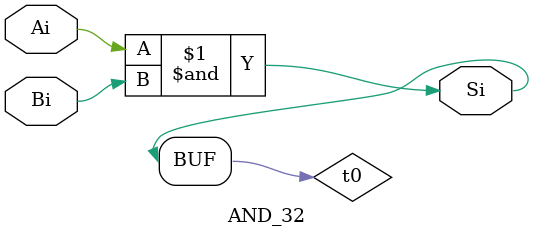
<source format=v>
`timescale 1ns/1ns
module AND_32( Ai, Bi, Si );
input Ai; // 1-bit 
input Bi; // 1-bit 
output Si; // sum, 1-bit 

wire t0;

and( t0, Ai, Bi );
assign Si = t0;

endmodule
</source>
